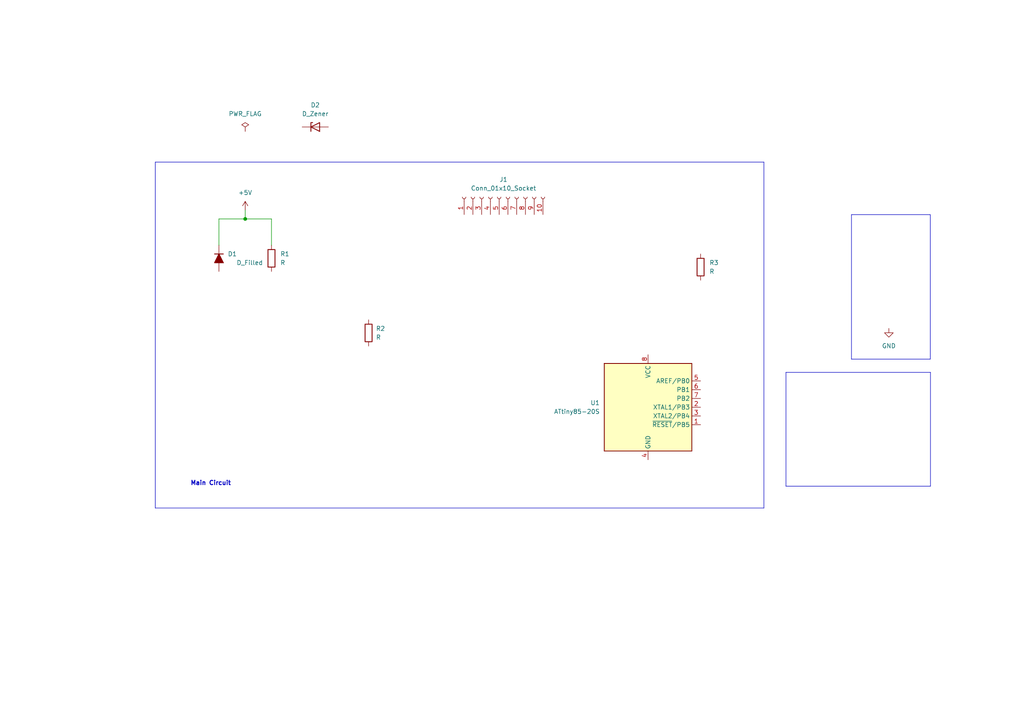
<source format=kicad_sch>
(kicad_sch (version 20230121) (generator eeschema)

  (uuid f2c20679-f28d-47ad-9191-2bfbde129570)

  (paper "A4")

  (lib_symbols
    (symbol "+5V_1" (power) (pin_names (offset 0)) (in_bom yes) (on_board yes)
      (property "Reference" "#PWR" (at 0 -3.81 0)
        (effects (font (size 1.27 1.27)) hide)
      )
      (property "Value" "+5V_1" (at 0 3.556 0)
        (effects (font (size 1.27 1.27)))
      )
      (property "Footprint" "" (at 0 0 0)
        (effects (font (size 1.27 1.27)) hide)
      )
      (property "Datasheet" "" (at 0 0 0)
        (effects (font (size 1.27 1.27)) hide)
      )
      (property "ki_keywords" "global power" (at 0 0 0)
        (effects (font (size 1.27 1.27)) hide)
      )
      (property "ki_description" "Power symbol creates a global label with name \"+5V\"" (at 0 0 0)
        (effects (font (size 1.27 1.27)) hide)
      )
      (symbol "+5V_1_0_1"
        (polyline
          (pts
            (xy -0.762 1.27)
            (xy 0 2.54)
          )
          (stroke (width 0) (type default))
          (fill (type none))
        )
        (polyline
          (pts
            (xy 0 0)
            (xy 0 2.54)
          )
          (stroke (width 0) (type default))
          (fill (type none))
        )
        (polyline
          (pts
            (xy 0 2.54)
            (xy 0.762 1.27)
          )
          (stroke (width 0) (type default))
          (fill (type none))
        )
      )
      (symbol "+5V_1_1_1"
        (pin power_in line (at 0 0 90) (length 0) hide
          (name "+5V" (effects (font (size 1.27 1.27))))
          (number "1" (effects (font (size 1.27 1.27))))
        )
      )
    )
    (symbol "Connector:Conn_01x10_Socket" (pin_names (offset 1.016) hide) (in_bom yes) (on_board yes)
      (property "Reference" "J" (at 0 12.7 0)
        (effects (font (size 1.27 1.27)))
      )
      (property "Value" "Conn_01x10_Socket" (at 0 -15.24 0)
        (effects (font (size 1.27 1.27)))
      )
      (property "Footprint" "" (at 0 0 0)
        (effects (font (size 1.27 1.27)) hide)
      )
      (property "Datasheet" "~" (at 0 0 0)
        (effects (font (size 1.27 1.27)) hide)
      )
      (property "ki_locked" "" (at 0 0 0)
        (effects (font (size 1.27 1.27)))
      )
      (property "ki_keywords" "connector" (at 0 0 0)
        (effects (font (size 1.27 1.27)) hide)
      )
      (property "ki_description" "Generic connector, single row, 01x10, script generated" (at 0 0 0)
        (effects (font (size 1.27 1.27)) hide)
      )
      (property "ki_fp_filters" "Connector*:*_1x??_*" (at 0 0 0)
        (effects (font (size 1.27 1.27)) hide)
      )
      (symbol "Conn_01x10_Socket_1_1"
        (arc (start 0 -12.192) (mid -0.5058 -12.7) (end 0 -13.208)
          (stroke (width 0.1524) (type default))
          (fill (type none))
        )
        (arc (start 0 -9.652) (mid -0.5058 -10.16) (end 0 -10.668)
          (stroke (width 0.1524) (type default))
          (fill (type none))
        )
        (arc (start 0 -7.112) (mid -0.5058 -7.62) (end 0 -8.128)
          (stroke (width 0.1524) (type default))
          (fill (type none))
        )
        (arc (start 0 -4.572) (mid -0.5058 -5.08) (end 0 -5.588)
          (stroke (width 0.1524) (type default))
          (fill (type none))
        )
        (arc (start 0 -2.032) (mid -0.5058 -2.54) (end 0 -3.048)
          (stroke (width 0.1524) (type default))
          (fill (type none))
        )
        (polyline
          (pts
            (xy -1.27 -12.7)
            (xy -0.508 -12.7)
          )
          (stroke (width 0.1524) (type default))
          (fill (type none))
        )
        (polyline
          (pts
            (xy -1.27 -10.16)
            (xy -0.508 -10.16)
          )
          (stroke (width 0.1524) (type default))
          (fill (type none))
        )
        (polyline
          (pts
            (xy -1.27 -7.62)
            (xy -0.508 -7.62)
          )
          (stroke (width 0.1524) (type default))
          (fill (type none))
        )
        (polyline
          (pts
            (xy -1.27 -5.08)
            (xy -0.508 -5.08)
          )
          (stroke (width 0.1524) (type default))
          (fill (type none))
        )
        (polyline
          (pts
            (xy -1.27 -2.54)
            (xy -0.508 -2.54)
          )
          (stroke (width 0.1524) (type default))
          (fill (type none))
        )
        (polyline
          (pts
            (xy -1.27 0)
            (xy -0.508 0)
          )
          (stroke (width 0.1524) (type default))
          (fill (type none))
        )
        (polyline
          (pts
            (xy -1.27 2.54)
            (xy -0.508 2.54)
          )
          (stroke (width 0.1524) (type default))
          (fill (type none))
        )
        (polyline
          (pts
            (xy -1.27 5.08)
            (xy -0.508 5.08)
          )
          (stroke (width 0.1524) (type default))
          (fill (type none))
        )
        (polyline
          (pts
            (xy -1.27 7.62)
            (xy -0.508 7.62)
          )
          (stroke (width 0.1524) (type default))
          (fill (type none))
        )
        (polyline
          (pts
            (xy -1.27 10.16)
            (xy -0.508 10.16)
          )
          (stroke (width 0.1524) (type default))
          (fill (type none))
        )
        (arc (start 0 0.508) (mid -0.5058 0) (end 0 -0.508)
          (stroke (width 0.1524) (type default))
          (fill (type none))
        )
        (arc (start 0 3.048) (mid -0.5058 2.54) (end 0 2.032)
          (stroke (width 0.1524) (type default))
          (fill (type none))
        )
        (arc (start 0 5.588) (mid -0.5058 5.08) (end 0 4.572)
          (stroke (width 0.1524) (type default))
          (fill (type none))
        )
        (arc (start 0 8.128) (mid -0.5058 7.62) (end 0 7.112)
          (stroke (width 0.1524) (type default))
          (fill (type none))
        )
        (arc (start 0 10.668) (mid -0.5058 10.16) (end 0 9.652)
          (stroke (width 0.1524) (type default))
          (fill (type none))
        )
        (pin passive line (at -5.08 10.16 0) (length 3.81)
          (name "Pin_1" (effects (font (size 1.27 1.27))))
          (number "1" (effects (font (size 1.27 1.27))))
        )
        (pin passive line (at -5.08 -12.7 0) (length 3.81)
          (name "Pin_10" (effects (font (size 1.27 1.27))))
          (number "10" (effects (font (size 1.27 1.27))))
        )
        (pin passive line (at -5.08 7.62 0) (length 3.81)
          (name "Pin_2" (effects (font (size 1.27 1.27))))
          (number "2" (effects (font (size 1.27 1.27))))
        )
        (pin passive line (at -5.08 5.08 0) (length 3.81)
          (name "Pin_3" (effects (font (size 1.27 1.27))))
          (number "3" (effects (font (size 1.27 1.27))))
        )
        (pin passive line (at -5.08 2.54 0) (length 3.81)
          (name "Pin_4" (effects (font (size 1.27 1.27))))
          (number "4" (effects (font (size 1.27 1.27))))
        )
        (pin passive line (at -5.08 0 0) (length 3.81)
          (name "Pin_5" (effects (font (size 1.27 1.27))))
          (number "5" (effects (font (size 1.27 1.27))))
        )
        (pin passive line (at -5.08 -2.54 0) (length 3.81)
          (name "Pin_6" (effects (font (size 1.27 1.27))))
          (number "6" (effects (font (size 1.27 1.27))))
        )
        (pin passive line (at -5.08 -5.08 0) (length 3.81)
          (name "Pin_7" (effects (font (size 1.27 1.27))))
          (number "7" (effects (font (size 1.27 1.27))))
        )
        (pin passive line (at -5.08 -7.62 0) (length 3.81)
          (name "Pin_8" (effects (font (size 1.27 1.27))))
          (number "8" (effects (font (size 1.27 1.27))))
        )
        (pin passive line (at -5.08 -10.16 0) (length 3.81)
          (name "Pin_9" (effects (font (size 1.27 1.27))))
          (number "9" (effects (font (size 1.27 1.27))))
        )
      )
    )
    (symbol "D_Filled_1" (pin_numbers hide) (pin_names (offset 1.016) hide) (in_bom yes) (on_board yes)
      (property "Reference" "D" (at 0 2.54 0)
        (effects (font (size 1.27 1.27)))
      )
      (property "Value" "D_Filled" (at 0 -2.54 0)
        (effects (font (size 1.27 1.27)))
      )
      (property "Footprint" "" (at 0 0 0)
        (effects (font (size 1.27 1.27)) hide)
      )
      (property "Datasheet" "~" (at 0 0 0)
        (effects (font (size 1.27 1.27)) hide)
      )
      (property "Sim.Device" "D" (at 0 0 0)
        (effects (font (size 1.27 1.27)) hide)
      )
      (property "Sim.Pins" "1=K 2=A" (at 0 0 0)
        (effects (font (size 1.27 1.27)) hide)
      )
      (property "ki_keywords" "diode" (at 0 0 0)
        (effects (font (size 1.27 1.27)) hide)
      )
      (property "ki_description" "Diode, filled shape" (at 0 0 0)
        (effects (font (size 1.27 1.27)) hide)
      )
      (property "ki_fp_filters" "TO-???* *_Diode_* *SingleDiode* D_*" (at 0 0 0)
        (effects (font (size 1.27 1.27)) hide)
      )
      (symbol "D_Filled_1_0_1"
        (polyline
          (pts
            (xy -1.27 1.27)
            (xy -1.27 -1.27)
          )
          (stroke (width 0.254) (type default))
          (fill (type none))
        )
        (polyline
          (pts
            (xy 1.27 0)
            (xy -1.27 0)
          )
          (stroke (width 0) (type default))
          (fill (type none))
        )
        (polyline
          (pts
            (xy 1.27 1.27)
            (xy 1.27 -1.27)
            (xy -1.27 0)
            (xy 1.27 1.27)
          )
          (stroke (width 0.254) (type default))
          (fill (type outline))
        )
      )
      (symbol "D_Filled_1_1_1"
        (pin passive line (at -3.81 0 0) (length 2.54)
          (name "K" (effects (font (size 1.27 1.27))))
          (number "1" (effects (font (size 1.27 1.27))))
        )
        (pin passive line (at 3.81 0 180) (length 2.54)
          (name "A" (effects (font (size 1.27 1.27))))
          (number "2" (effects (font (size 1.27 1.27))))
        )
      )
    )
    (symbol "Device:D_Zener" (pin_numbers hide) (pin_names (offset 1.016) hide) (in_bom yes) (on_board yes)
      (property "Reference" "D" (at 0 2.54 0)
        (effects (font (size 1.27 1.27)))
      )
      (property "Value" "D_Zener" (at 0 -2.54 0)
        (effects (font (size 1.27 1.27)))
      )
      (property "Footprint" "" (at 0 0 0)
        (effects (font (size 1.27 1.27)) hide)
      )
      (property "Datasheet" "~" (at 0 0 0)
        (effects (font (size 1.27 1.27)) hide)
      )
      (property "ki_keywords" "diode" (at 0 0 0)
        (effects (font (size 1.27 1.27)) hide)
      )
      (property "ki_description" "Zener diode" (at 0 0 0)
        (effects (font (size 1.27 1.27)) hide)
      )
      (property "ki_fp_filters" "TO-???* *_Diode_* *SingleDiode* D_*" (at 0 0 0)
        (effects (font (size 1.27 1.27)) hide)
      )
      (symbol "D_Zener_0_1"
        (polyline
          (pts
            (xy 1.27 0)
            (xy -1.27 0)
          )
          (stroke (width 0) (type default))
          (fill (type none))
        )
        (polyline
          (pts
            (xy -1.27 -1.27)
            (xy -1.27 1.27)
            (xy -0.762 1.27)
          )
          (stroke (width 0.254) (type default))
          (fill (type none))
        )
        (polyline
          (pts
            (xy 1.27 -1.27)
            (xy 1.27 1.27)
            (xy -1.27 0)
            (xy 1.27 -1.27)
          )
          (stroke (width 0.254) (type default))
          (fill (type none))
        )
      )
      (symbol "D_Zener_1_1"
        (pin passive line (at -3.81 0 0) (length 2.54)
          (name "K" (effects (font (size 1.27 1.27))))
          (number "1" (effects (font (size 1.27 1.27))))
        )
        (pin passive line (at 3.81 0 180) (length 2.54)
          (name "A" (effects (font (size 1.27 1.27))))
          (number "2" (effects (font (size 1.27 1.27))))
        )
      )
    )
    (symbol "Device:R" (pin_numbers hide) (pin_names (offset 0)) (in_bom yes) (on_board yes)
      (property "Reference" "R" (at 2.032 0 90)
        (effects (font (size 1.27 1.27)))
      )
      (property "Value" "R" (at 0 0 90)
        (effects (font (size 1.27 1.27)))
      )
      (property "Footprint" "" (at -1.778 0 90)
        (effects (font (size 1.27 1.27)) hide)
      )
      (property "Datasheet" "~" (at 0 0 0)
        (effects (font (size 1.27 1.27)) hide)
      )
      (property "ki_keywords" "R res resistor" (at 0 0 0)
        (effects (font (size 1.27 1.27)) hide)
      )
      (property "ki_description" "Resistor" (at 0 0 0)
        (effects (font (size 1.27 1.27)) hide)
      )
      (property "ki_fp_filters" "R_*" (at 0 0 0)
        (effects (font (size 1.27 1.27)) hide)
      )
      (symbol "R_0_1"
        (rectangle (start -1.016 -2.54) (end 1.016 2.54)
          (stroke (width 0.254) (type default))
          (fill (type none))
        )
      )
      (symbol "R_1_1"
        (pin passive line (at 0 3.81 270) (length 1.27)
          (name "~" (effects (font (size 1.27 1.27))))
          (number "1" (effects (font (size 1.27 1.27))))
        )
        (pin passive line (at 0 -3.81 90) (length 1.27)
          (name "~" (effects (font (size 1.27 1.27))))
          (number "2" (effects (font (size 1.27 1.27))))
        )
      )
    )
    (symbol "GND_1" (power) (pin_names (offset 0)) (in_bom yes) (on_board yes)
      (property "Reference" "#PWR" (at 0 -6.35 0)
        (effects (font (size 1.27 1.27)) hide)
      )
      (property "Value" "GND_1" (at 0 -3.81 0)
        (effects (font (size 1.27 1.27)))
      )
      (property "Footprint" "" (at 0 0 0)
        (effects (font (size 1.27 1.27)) hide)
      )
      (property "Datasheet" "" (at 0 0 0)
        (effects (font (size 1.27 1.27)) hide)
      )
      (property "ki_keywords" "global power" (at 0 0 0)
        (effects (font (size 1.27 1.27)) hide)
      )
      (property "ki_description" "Power symbol creates a global label with name \"GND\" , ground" (at 0 0 0)
        (effects (font (size 1.27 1.27)) hide)
      )
      (symbol "GND_1_0_1"
        (polyline
          (pts
            (xy 0 0)
            (xy 0 -1.27)
            (xy 1.27 -1.27)
            (xy 0 -2.54)
            (xy -1.27 -1.27)
            (xy 0 -1.27)
          )
          (stroke (width 0) (type default))
          (fill (type none))
        )
      )
      (symbol "GND_1_1_1"
        (pin power_in line (at 0 0 270) (length 0) hide
          (name "GND" (effects (font (size 1.27 1.27))))
          (number "1" (effects (font (size 1.27 1.27))))
        )
      )
    )
    (symbol "MCU_Microchip_ATtiny:ATtiny85-20S" (in_bom yes) (on_board yes)
      (property "Reference" "U" (at -12.7 13.97 0)
        (effects (font (size 1.27 1.27)) (justify left bottom))
      )
      (property "Value" "ATtiny85-20S" (at 2.54 -13.97 0)
        (effects (font (size 1.27 1.27)) (justify left top))
      )
      (property "Footprint" "Package_SO:SOIC-8W_5.3x5.3mm_P1.27mm" (at 0 0 0)
        (effects (font (size 1.27 1.27) italic) hide)
      )
      (property "Datasheet" "http://ww1.microchip.com/downloads/en/DeviceDoc/atmel-2586-avr-8-bit-microcontroller-attiny25-attiny45-attiny85_datasheet.pdf" (at 0 0 0)
        (effects (font (size 1.27 1.27)) hide)
      )
      (property "ki_keywords" "AVR 8bit Microcontroller tinyAVR" (at 0 0 0)
        (effects (font (size 1.27 1.27)) hide)
      )
      (property "ki_description" "20MHz, 8kB Flash, 512B SRAM, 512B EEPROM, debugWIRE, SOIC-8W" (at 0 0 0)
        (effects (font (size 1.27 1.27)) hide)
      )
      (property "ki_fp_filters" "SOIC*5.3x5.3mm*P1.27mm*" (at 0 0 0)
        (effects (font (size 1.27 1.27)) hide)
      )
      (symbol "ATtiny85-20S_0_1"
        (rectangle (start -12.7 -12.7) (end 12.7 12.7)
          (stroke (width 0.254) (type default))
          (fill (type background))
        )
      )
      (symbol "ATtiny85-20S_1_1"
        (pin bidirectional line (at 15.24 -5.08 180) (length 2.54)
          (name "~{RESET}/PB5" (effects (font (size 1.27 1.27))))
          (number "1" (effects (font (size 1.27 1.27))))
        )
        (pin bidirectional line (at 15.24 0 180) (length 2.54)
          (name "XTAL1/PB3" (effects (font (size 1.27 1.27))))
          (number "2" (effects (font (size 1.27 1.27))))
        )
        (pin bidirectional line (at 15.24 -2.54 180) (length 2.54)
          (name "XTAL2/PB4" (effects (font (size 1.27 1.27))))
          (number "3" (effects (font (size 1.27 1.27))))
        )
        (pin power_in line (at 0 -15.24 90) (length 2.54)
          (name "GND" (effects (font (size 1.27 1.27))))
          (number "4" (effects (font (size 1.27 1.27))))
        )
        (pin bidirectional line (at 15.24 7.62 180) (length 2.54)
          (name "AREF/PB0" (effects (font (size 1.27 1.27))))
          (number "5" (effects (font (size 1.27 1.27))))
        )
        (pin bidirectional line (at 15.24 5.08 180) (length 2.54)
          (name "PB1" (effects (font (size 1.27 1.27))))
          (number "6" (effects (font (size 1.27 1.27))))
        )
        (pin bidirectional line (at 15.24 2.54 180) (length 2.54)
          (name "PB2" (effects (font (size 1.27 1.27))))
          (number "7" (effects (font (size 1.27 1.27))))
        )
        (pin power_in line (at 0 15.24 270) (length 2.54)
          (name "VCC" (effects (font (size 1.27 1.27))))
          (number "8" (effects (font (size 1.27 1.27))))
        )
      )
    )
    (symbol "PWR_FLAG_1" (power) (pin_numbers hide) (pin_names (offset 0) hide) (in_bom yes) (on_board yes)
      (property "Reference" "#FLG" (at 0 1.905 0)
        (effects (font (size 1.27 1.27)) hide)
      )
      (property "Value" "PWR_FLAG_1" (at 0 3.81 0)
        (effects (font (size 1.27 1.27)))
      )
      (property "Footprint" "" (at 0 0 0)
        (effects (font (size 1.27 1.27)) hide)
      )
      (property "Datasheet" "~" (at 0 0 0)
        (effects (font (size 1.27 1.27)) hide)
      )
      (property "ki_keywords" "flag power" (at 0 0 0)
        (effects (font (size 1.27 1.27)) hide)
      )
      (property "ki_description" "Special symbol for telling ERC where power comes from" (at 0 0 0)
        (effects (font (size 1.27 1.27)) hide)
      )
      (symbol "PWR_FLAG_1_0_0"
        (pin power_out line (at 0 0 90) (length 0)
          (name "pwr" (effects (font (size 1.27 1.27))))
          (number "1" (effects (font (size 1.27 1.27))))
        )
      )
      (symbol "PWR_FLAG_1_0_1"
        (polyline
          (pts
            (xy 0 0)
            (xy 0 1.27)
            (xy -1.016 1.905)
            (xy 0 2.54)
            (xy 1.016 1.905)
            (xy 0 1.27)
          )
          (stroke (width 0) (type default))
          (fill (type none))
        )
      )
    )
  )

  (junction (at 71.12 63.5) (diameter 0) (color 0 0 0 0)
    (uuid 45e23898-725d-4312-9589-842bbc39b85b)
  )

  (polyline (pts (xy 45.0342 147.3454) (xy 45.0342 47.0154))
    (stroke (width 0) (type default))
    (uuid 12c67071-fe67-4f47-a0ca-3ef1ab2bc966)
  )
  (polyline (pts (xy 221.5642 47.0154) (xy 221.5642 147.3454))
    (stroke (width 0) (type default))
    (uuid 1f5f82f7-3c3e-40e2-9a00-ce83a042d5ac)
  )

  (wire (pts (xy 71.12 60.96) (xy 71.12 63.5))
    (stroke (width 0) (type default))
    (uuid 410248ad-2904-4812-8d85-850535af93ee)
  )
  (wire (pts (xy 63.5 63.5) (xy 63.5 71.12))
    (stroke (width 0) (type default))
    (uuid 4c2df597-1210-449c-9045-650fb6953e19)
  )
  (polyline (pts (xy 269.8242 62.2554) (xy 269.8242 104.1654))
    (stroke (width 0) (type default))
    (uuid 4eb3e81b-c3fe-4e85-853e-9ce32520e02d)
  )
  (polyline (pts (xy 227.965 108.0008) (xy 269.875 108.0008))
    (stroke (width 0) (type default))
    (uuid 654c2277-b153-442b-b460-0cc1001e1bfe)
  )

  (wire (pts (xy 78.74 71.12) (xy 78.74 63.5))
    (stroke (width 0) (type default))
    (uuid 665d1084-3d66-40eb-90e9-0b52b7697f60)
  )
  (polyline (pts (xy 269.8242 104.1654) (xy 246.9642 104.1654))
    (stroke (width 0) (type default))
    (uuid 73b21d52-5af1-4324-ac82-7fc4e93bc07a)
  )
  (polyline (pts (xy 227.965 141.0208) (xy 227.965 108.0008))
    (stroke (width 0) (type default))
    (uuid 7b5ddeea-8245-4000-8222-3f545ae9a1f4)
  )
  (polyline (pts (xy 221.5642 147.3454) (xy 45.0342 147.3454))
    (stroke (width 0) (type default))
    (uuid 7ebb2a4f-8cb5-40c6-9206-e43704b68921)
  )

  (wire (pts (xy 78.74 63.5) (xy 71.12 63.5))
    (stroke (width 0) (type default))
    (uuid 8de918df-97f3-401f-978b-270bad6ea405)
  )
  (wire (pts (xy 71.12 63.5) (xy 63.5 63.5))
    (stroke (width 0) (type default))
    (uuid b11c46b5-30da-4c8b-87c3-78881e57a632)
  )
  (polyline (pts (xy 246.9642 104.1654) (xy 246.9642 62.2554))
    (stroke (width 0) (type default))
    (uuid c289a2e8-800f-459f-8e02-e4181254dd67)
  )
  (polyline (pts (xy 246.9642 62.2554) (xy 269.8242 62.2554))
    (stroke (width 0) (type default))
    (uuid c5196035-626d-4878-af78-a964605d27be)
  )
  (polyline (pts (xy 269.875 108.0008) (xy 269.875 141.0208))
    (stroke (width 0) (type default))
    (uuid eaa8bceb-f274-422b-90fd-fe4877b72009)
  )
  (polyline (pts (xy 45.0342 47.0154) (xy 221.5642 47.0154))
    (stroke (width 0) (type default))
    (uuid ed367599-b43c-449a-9a14-78d4b79558be)
  )
  (polyline (pts (xy 269.875 141.0208) (xy 227.965 141.0208))
    (stroke (width 0) (type default))
    (uuid f518fdf6-0ceb-48a0-bbc6-ad5fd27a602e)
  )

  (text "Main Circuit" (at 55.1942 140.9954 0)
    (effects (font (size 1.27 1.27) (thickness 0.254) bold) (justify left bottom))
    (uuid 39ea4496-1b44-485f-ab4a-73accbcc9f99)
  )

  (symbol (lib_id "Device:R") (at 106.9086 96.5708 0) (unit 1)
    (in_bom yes) (on_board yes) (dnp no) (fields_autoplaced)
    (uuid 0fc72232-1b27-47b2-8734-0b3d943a2d30)
    (property "Reference" "R?" (at 109.0168 95.3007 0)
      (effects (font (size 1.27 1.27)) (justify left))
    )
    (property "Value" "R" (at 109.0168 97.8407 0)
      (effects (font (size 1.27 1.27)) (justify left))
    )
    (property "Footprint" "" (at 105.1306 96.5708 90)
      (effects (font (size 1.27 1.27)) hide)
    )
    (property "Datasheet" "~" (at 106.9086 96.5708 0)
      (effects (font (size 1.27 1.27)) hide)
    )
    (pin "1" (uuid 0430c87f-8746-43b5-9402-d089631b3c19))
    (pin "2" (uuid f7b65fee-5428-413c-bb1c-bf350aaebf9e))
    (instances
      (project "Clase 1"
        (path "/d394f546-2b81-4713-865a-4e2aa82bb2b3"
          (reference "R?") (unit 1)
        )
      )
      (project "Clase 1"
        (path "/e763c805-2d98-46c7-a7c5-10a127323b27"
          (reference "R2") (unit 1)
        )
      )
      (project "UccMicroDuino"
        (path "/f2c20679-f28d-47ad-9191-2bfbde129570"
          (reference "R2") (unit 1)
        )
      )
    )
  )

  (symbol (lib_id "Device:R") (at 78.74 74.93 0) (unit 1)
    (in_bom yes) (on_board yes) (dnp no) (fields_autoplaced)
    (uuid 1ad09e81-a9e6-4168-ab8f-f6dc88a2ffca)
    (property "Reference" "R1" (at 81.28 73.66 0)
      (effects (font (size 1.27 1.27)) (justify left))
    )
    (property "Value" "R" (at 81.28 76.2 0)
      (effects (font (size 1.27 1.27)) (justify left))
    )
    (property "Footprint" "" (at 76.962 74.93 90)
      (effects (font (size 1.27 1.27)) hide)
    )
    (property "Datasheet" "~" (at 78.74 74.93 0)
      (effects (font (size 1.27 1.27)) hide)
    )
    (pin "1" (uuid 4e7abc82-5fea-48c4-8ea1-9a8328442143))
    (pin "2" (uuid 3db91e4f-0f11-4f40-b079-d1b1281a631f))
    (instances
      (project "Clase 1"
        (path "/e763c805-2d98-46c7-a7c5-10a127323b27"
          (reference "R1") (unit 1)
        )
      )
      (project "UccMicroDuino"
        (path "/f2c20679-f28d-47ad-9191-2bfbde129570"
          (reference "R1") (unit 1)
        )
      )
    )
  )

  (symbol (lib_id "Device:D_Zener") (at 91.44 36.83 0) (unit 1)
    (in_bom yes) (on_board yes) (dnp no) (fields_autoplaced)
    (uuid 25411291-d1c6-47f7-b371-c9e89490bee3)
    (property "Reference" "D1" (at 91.44 30.48 0)
      (effects (font (size 1.27 1.27)))
    )
    (property "Value" "D_Zener" (at 91.44 33.02 0)
      (effects (font (size 1.27 1.27)))
    )
    (property "Footprint" "" (at 91.44 36.83 0)
      (effects (font (size 1.27 1.27)) hide)
    )
    (property "Datasheet" "~" (at 91.44 36.83 0)
      (effects (font (size 1.27 1.27)) hide)
    )
    (pin "1" (uuid c2a5c4c6-90e3-41f9-bb4f-be5a750c86cd))
    (pin "2" (uuid 82b98da4-5a87-49ee-9494-960aaf8dd2a7))
    (instances
      (project "Clase 1"
        (path "/e763c805-2d98-46c7-a7c5-10a127323b27"
          (reference "D1") (unit 1)
        )
      )
      (project "UccMicroDuino"
        (path "/f2c20679-f28d-47ad-9191-2bfbde129570"
          (reference "D2") (unit 1)
        )
      )
    )
  )

  (symbol (lib_id "MCU_Microchip_ATtiny:ATtiny85-20S") (at 187.96 118.11 0) (unit 1)
    (in_bom yes) (on_board yes) (dnp no) (fields_autoplaced)
    (uuid 333f0dac-2da2-4252-b55d-20da165172bb)
    (property "Reference" "U2" (at 173.99 116.84 0)
      (effects (font (size 1.27 1.27)) (justify right))
    )
    (property "Value" "ATtiny85-20S" (at 173.99 119.38 0)
      (effects (font (size 1.27 1.27)) (justify right))
    )
    (property "Footprint" "Package_SO:SOIC-8W_5.3x5.3mm_P1.27mm" (at 187.96 118.11 0)
      (effects (font (size 1.27 1.27) italic) hide)
    )
    (property "Datasheet" "http://ww1.microchip.com/downloads/en/DeviceDoc/atmel-2586-avr-8-bit-microcontroller-attiny25-attiny45-attiny85_datasheet.pdf" (at 187.96 118.11 0)
      (effects (font (size 1.27 1.27)) hide)
    )
    (pin "1" (uuid f2c6d99f-a285-4a32-9cf2-5bf45904140f))
    (pin "2" (uuid b9f90a70-edd7-4fde-a922-a51230db7c64))
    (pin "3" (uuid 54d1a8d6-83c8-4e70-8a22-6566cdd95966))
    (pin "4" (uuid 5f554262-1a2a-4923-a8d6-fc00c2151943))
    (pin "5" (uuid ef4cd162-704a-4bac-864e-d0916bfe95c8))
    (pin "6" (uuid e0e0d17a-c138-4d68-a5f5-9153c0e1693f))
    (pin "7" (uuid 9186f3a7-8d84-48cb-88f1-ea069232b715))
    (pin "8" (uuid 3b673756-5089-4995-a6dc-25a2b5f6e068))
    (instances
      (project "Clase 1"
        (path "/e763c805-2d98-46c7-a7c5-10a127323b27"
          (reference "U2") (unit 1)
        )
      )
      (project "UccMicroDuino"
        (path "/f2c20679-f28d-47ad-9191-2bfbde129570"
          (reference "U1") (unit 1)
        )
      )
    )
  )

  (symbol (lib_id "Connector:Conn_01x10_Socket") (at 144.78 57.15 90) (unit 1)
    (in_bom yes) (on_board yes) (dnp no) (fields_autoplaced)
    (uuid 43f917b8-7bd2-489e-9718-7e0381f2a8f7)
    (property "Reference" "J2" (at 146.05 52.07 90)
      (effects (font (size 1.27 1.27)))
    )
    (property "Value" "Conn_01x10_Socket" (at 146.05 54.61 90)
      (effects (font (size 1.27 1.27)))
    )
    (property "Footprint" "" (at 144.78 57.15 0)
      (effects (font (size 1.27 1.27)) hide)
    )
    (property "Datasheet" "~" (at 144.78 57.15 0)
      (effects (font (size 1.27 1.27)) hide)
    )
    (pin "1" (uuid 1ad0d284-548c-4c27-9f7e-6f1172cb046b))
    (pin "10" (uuid e88daa34-602c-4e83-9427-aa0dd966ad52))
    (pin "2" (uuid e12f72ec-aa3b-41cf-891c-1a1f2a061f30))
    (pin "3" (uuid cba46278-8e26-49e2-8a18-5c836a1efa69))
    (pin "4" (uuid c31609c3-304a-459d-9a65-5e52e0cdc51e))
    (pin "5" (uuid 475d861d-1e74-4dcb-8bc4-ca5faa9d7e3c))
    (pin "6" (uuid fd1a89f4-a391-4977-947d-86409a468e99))
    (pin "7" (uuid 4c7918ac-0fb5-45a4-a45d-18f6587b7827))
    (pin "8" (uuid 6e9bf377-8b2f-4ca8-9138-4ed8fc92d4db))
    (pin "9" (uuid 128fffcc-ce30-4610-bcf0-b122dc043ef6))
    (instances
      (project "Clase 1"
        (path "/e763c805-2d98-46c7-a7c5-10a127323b27"
          (reference "J2") (unit 1)
        )
      )
      (project "UccMicroDuino"
        (path "/f2c20679-f28d-47ad-9191-2bfbde129570"
          (reference "J1") (unit 1)
        )
      )
    )
  )

  (symbol (lib_name "PWR_FLAG_1") (lib_id "power:PWR_FLAG") (at 71.12 38.1 0) (unit 1)
    (in_bom yes) (on_board yes) (dnp no) (fields_autoplaced)
    (uuid 49fc92b4-28bb-410a-802d-2152d1c93b0d)
    (property "Reference" "#FLG02" (at 71.12 36.195 0)
      (effects (font (size 1.27 1.27)) hide)
    )
    (property "Value" "PWR_FLAG" (at 71.12 33.02 0)
      (effects (font (size 1.27 1.27)))
    )
    (property "Footprint" "" (at 71.12 38.1 0)
      (effects (font (size 1.27 1.27)) hide)
    )
    (property "Datasheet" "~" (at 71.12 38.1 0)
      (effects (font (size 1.27 1.27)) hide)
    )
    (pin "1" (uuid 80b08540-bb28-4931-98de-b1716fd072d2))
    (instances
      (project "Clase 1"
        (path "/e763c805-2d98-46c7-a7c5-10a127323b27"
          (reference "#FLG02") (unit 1)
        )
      )
      (project "UccMicroDuino"
        (path "/f2c20679-f28d-47ad-9191-2bfbde129570"
          (reference "#FLG01") (unit 1)
        )
      )
    )
  )

  (symbol (lib_id "Device:R") (at 203.2 77.47 0) (unit 1)
    (in_bom yes) (on_board yes) (dnp no) (fields_autoplaced)
    (uuid 54246dcb-291f-49cb-bd72-83ec149f7717)
    (property "Reference" "R4" (at 205.74 76.2 0)
      (effects (font (size 1.27 1.27)) (justify left))
    )
    (property "Value" "R" (at 205.74 78.74 0)
      (effects (font (size 1.27 1.27)) (justify left))
    )
    (property "Footprint" "" (at 201.422 77.47 90)
      (effects (font (size 1.27 1.27)) hide)
    )
    (property "Datasheet" "~" (at 203.2 77.47 0)
      (effects (font (size 1.27 1.27)) hide)
    )
    (pin "1" (uuid 385f9722-9258-4dbe-9537-f145f5a75072))
    (pin "2" (uuid 29ca6df9-d564-46ec-9fc8-1347cbcb8aa0))
    (instances
      (project "Clase 1"
        (path "/e763c805-2d98-46c7-a7c5-10a127323b27"
          (reference "R4") (unit 1)
        )
      )
      (project "UccMicroDuino"
        (path "/f2c20679-f28d-47ad-9191-2bfbde129570"
          (reference "R3") (unit 1)
        )
      )
    )
  )

  (symbol (lib_name "GND_1") (lib_id "power:GND") (at 257.81 95.25 0) (unit 1)
    (in_bom yes) (on_board yes) (dnp no) (fields_autoplaced)
    (uuid 7da3696d-6381-4689-aac1-5b0136450b8e)
    (property "Reference" "#PWR01" (at 257.81 101.6 0)
      (effects (font (size 1.27 1.27)) hide)
    )
    (property "Value" "GND" (at 257.81 100.33 0)
      (effects (font (size 1.27 1.27)))
    )
    (property "Footprint" "" (at 257.81 95.25 0)
      (effects (font (size 1.27 1.27)) hide)
    )
    (property "Datasheet" "" (at 257.81 95.25 0)
      (effects (font (size 1.27 1.27)) hide)
    )
    (pin "1" (uuid 72bacb11-7a6e-4402-9004-64ea7ce7ef8c))
    (instances
      (project "Clase 1"
        (path "/e763c805-2d98-46c7-a7c5-10a127323b27"
          (reference "#PWR01") (unit 1)
        )
      )
      (project "UccMicroDuino"
        (path "/f2c20679-f28d-47ad-9191-2bfbde129570"
          (reference "#PWR02") (unit 1)
        )
      )
    )
  )

  (symbol (lib_name "+5V_1") (lib_id "power:+5V") (at 71.12 60.96 0) (unit 1)
    (in_bom yes) (on_board yes) (dnp no) (fields_autoplaced)
    (uuid 9ba0b043-84e1-417b-8bdb-24206e617e59)
    (property "Reference" "#PWR03" (at 71.12 64.77 0)
      (effects (font (size 1.27 1.27)) hide)
    )
    (property "Value" "+5V" (at 71.12 55.88 0)
      (effects (font (size 1.27 1.27)))
    )
    (property "Footprint" "" (at 71.12 60.96 0)
      (effects (font (size 1.27 1.27)) hide)
    )
    (property "Datasheet" "" (at 71.12 60.96 0)
      (effects (font (size 1.27 1.27)) hide)
    )
    (pin "1" (uuid 9d43e0d7-9ccb-444f-9b1a-41336065e22f))
    (instances
      (project "Clase 1"
        (path "/e763c805-2d98-46c7-a7c5-10a127323b27"
          (reference "#PWR03") (unit 1)
        )
      )
      (project "UccMicroDuino"
        (path "/f2c20679-f28d-47ad-9191-2bfbde129570"
          (reference "#PWR01") (unit 1)
        )
      )
    )
  )

  (symbol (lib_name "D_Filled_1") (lib_id "Device:D_Filled") (at 63.5 74.93 270) (unit 1)
    (in_bom yes) (on_board yes) (dnp no)
    (uuid ec363ca7-9f6b-4b25-b8df-2ef26ff06ad9)
    (property "Reference" "D5" (at 66.04 73.66 90)
      (effects (font (size 1.27 1.27)) (justify left))
    )
    (property "Value" "D_Filled" (at 68.58 76.2 90)
      (effects (font (size 1.27 1.27)) (justify left))
    )
    (property "Footprint" "" (at 63.5 74.93 0)
      (effects (font (size 1.27 1.27)) hide)
    )
    (property "Datasheet" "~" (at 63.5 74.93 0)
      (effects (font (size 1.27 1.27)) hide)
    )
    (property "Sim.Device" "D" (at 63.5 74.93 0)
      (effects (font (size 1.27 1.27)) hide)
    )
    (property "Sim.Pins" "1=K 2=A" (at 63.5 74.93 0)
      (effects (font (size 1.27 1.27)) hide)
    )
    (pin "1" (uuid 6a9ce817-a752-4632-ba4e-615c146ce411))
    (pin "2" (uuid 9c15abaf-168c-4e35-97ce-faf743b5bab1))
    (instances
      (project "Clase 1"
        (path "/e763c805-2d98-46c7-a7c5-10a127323b27"
          (reference "D5") (unit 1)
        )
      )
      (project "UccMicroDuino"
        (path "/f2c20679-f28d-47ad-9191-2bfbde129570"
          (reference "D1") (unit 1)
        )
      )
    )
  )

  (sheet_instances
    (path "/" (page "1"))
  )
)

</source>
